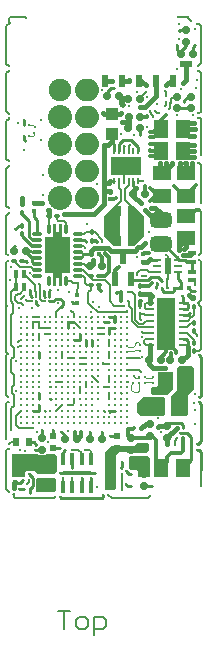
<source format=gtl>
%FSLAX25Y25*%
%MOIN*%
G70*
G01*
G75*
G04 Layer_Physical_Order=1*
G04 Layer_Color=255*
%ADD10R,0.05906X0.05118*%
G04:AMPARAMS|DCode=11|XSize=25.59mil|YSize=23.62mil|CornerRadius=5.91mil|HoleSize=0mil|Usage=FLASHONLY|Rotation=180.000|XOffset=0mil|YOffset=0mil|HoleType=Round|Shape=RoundedRectangle|*
%AMROUNDEDRECTD11*
21,1,0.02559,0.01181,0,0,180.0*
21,1,0.01378,0.02362,0,0,180.0*
1,1,0.01181,-0.00689,0.00591*
1,1,0.01181,0.00689,0.00591*
1,1,0.01181,0.00689,-0.00591*
1,1,0.01181,-0.00689,-0.00591*
%
%ADD11ROUNDEDRECTD11*%
G04:AMPARAMS|DCode=12|XSize=25.59mil|YSize=23.62mil|CornerRadius=5.91mil|HoleSize=0mil|Usage=FLASHONLY|Rotation=270.000|XOffset=0mil|YOffset=0mil|HoleType=Round|Shape=RoundedRectangle|*
%AMROUNDEDRECTD12*
21,1,0.02559,0.01181,0,0,270.0*
21,1,0.01378,0.02362,0,0,270.0*
1,1,0.01181,-0.00591,-0.00689*
1,1,0.01181,-0.00591,0.00689*
1,1,0.01181,0.00591,0.00689*
1,1,0.01181,0.00591,-0.00689*
%
%ADD12ROUNDEDRECTD12*%
%ADD13R,0.00866X0.01024*%
%ADD14R,0.01024X0.00866*%
%ADD15R,0.05118X0.05906*%
G04:AMPARAMS|DCode=16|XSize=15.75mil|YSize=17.72mil|CornerRadius=3.94mil|HoleSize=0mil|Usage=FLASHONLY|Rotation=180.000|XOffset=0mil|YOffset=0mil|HoleType=Round|Shape=RoundedRectangle|*
%AMROUNDEDRECTD16*
21,1,0.01575,0.00984,0,0,180.0*
21,1,0.00787,0.01772,0,0,180.0*
1,1,0.00787,-0.00394,0.00492*
1,1,0.00787,0.00394,0.00492*
1,1,0.00787,0.00394,-0.00492*
1,1,0.00787,-0.00394,-0.00492*
%
%ADD16ROUNDEDRECTD16*%
%ADD17C,0.00984*%
%ADD18R,0.02756X0.01575*%
%ADD19R,0.02362X0.01969*%
%ADD20R,0.01654X0.01811*%
%ADD21R,0.03937X0.04331*%
%ADD22R,0.01575X0.02756*%
G04:AMPARAMS|DCode=23|XSize=15.75mil|YSize=17.72mil|CornerRadius=3.94mil|HoleSize=0mil|Usage=FLASHONLY|Rotation=270.000|XOffset=0mil|YOffset=0mil|HoleType=Round|Shape=RoundedRectangle|*
%AMROUNDEDRECTD23*
21,1,0.01575,0.00984,0,0,270.0*
21,1,0.00787,0.01772,0,0,270.0*
1,1,0.00787,-0.00492,-0.00394*
1,1,0.00787,-0.00492,0.00394*
1,1,0.00787,0.00492,0.00394*
1,1,0.00787,0.00492,-0.00394*
%
%ADD23ROUNDEDRECTD23*%
%ADD24R,0.01811X0.01654*%
%ADD25O,0.03347X0.01102*%
%ADD26O,0.01102X0.03347*%
%ADD27R,0.01181X0.01181*%
%ADD28R,0.06496X0.17323*%
%ADD29R,0.02559X0.00984*%
%ADD30R,0.01772X0.01772*%
%ADD31C,0.01082*%
%ADD32R,0.02658X0.00984*%
%ADD33R,0.02402X0.05591*%
%ADD34R,0.09843X0.06299*%
%ADD35R,0.00984X0.01969*%
G04:AMPARAMS|DCode=36|XSize=70.87mil|YSize=51.18mil|CornerRadius=12.8mil|HoleSize=0mil|Usage=FLASHONLY|Rotation=0.000|XOffset=0mil|YOffset=0mil|HoleType=Round|Shape=RoundedRectangle|*
%AMROUNDEDRECTD36*
21,1,0.07087,0.02559,0,0,0.0*
21,1,0.04528,0.05118,0,0,0.0*
1,1,0.02559,0.02264,-0.01280*
1,1,0.02559,-0.02264,-0.01280*
1,1,0.02559,-0.02264,0.01280*
1,1,0.02559,0.02264,0.01280*
%
%ADD36ROUNDEDRECTD36*%
%ADD37C,0.01181*%
%ADD38R,0.01181X0.03937*%
%ADD39R,0.09449X0.01181*%
%ADD40R,0.05512X0.06693*%
%ADD41R,0.01000X0.11811*%
%ADD42R,0.03937X0.01000*%
%ADD43R,0.11811X0.01000*%
%ADD44R,0.01969X0.03937*%
%ADD45R,0.03937X0.01969*%
%ADD46R,0.02362X0.02756*%
%ADD47R,0.01969X0.04724*%
%ADD48C,0.00800*%
%ADD49C,0.00500*%
%ADD50C,0.01000*%
%ADD51C,0.00400*%
%ADD52C,0.01200*%
%ADD53C,0.01500*%
%ADD54C,0.00900*%
%ADD55C,0.00600*%
%ADD56C,0.02000*%
%ADD57C,0.00700*%
%ADD58O,0.08000X0.07500*%
%ADD59C,0.07480*%
%ADD60C,0.08000*%
%ADD61C,0.01200*%
%ADD62C,0.01969*%
G36*
X48100Y18300D02*
Y16300D01*
X47700Y15900D01*
X47200Y15400D01*
X41000D01*
X40700Y15700D01*
X38000D01*
X37200Y14900D01*
Y11100D01*
Y3800D01*
X36500Y3100D01*
X33600D01*
X33400Y3300D01*
Y11200D01*
Y15700D01*
X35000Y17300D01*
X35600Y17900D01*
X43300D01*
X43400Y18000D01*
X44200Y18800D01*
X47600D01*
X48100Y18300D01*
D02*
G37*
G36*
X53500Y33800D02*
Y29700D01*
Y28300D01*
X53200Y28000D01*
X53100Y27900D01*
X45100D01*
X44300Y28700D01*
X44100Y28900D01*
Y30500D01*
Y32100D01*
X44800Y32800D01*
X46200Y34200D01*
X53100D01*
X53500Y33800D01*
D02*
G37*
G36*
X56200Y42200D02*
Y38500D01*
Y36700D01*
X55800Y36300D01*
X54400Y34900D01*
X49600D01*
X48900Y35600D01*
X48800Y35700D01*
Y36900D01*
Y37000D01*
X49000Y37200D01*
X49200Y37400D01*
X50500D01*
X51000Y37900D01*
Y40800D01*
Y42000D01*
X51400Y42400D01*
X56000D01*
X56200Y42200D01*
D02*
G37*
G36*
X17100Y6700D02*
Y2800D01*
X16600Y2300D01*
X10600D01*
X10400Y2500D01*
Y4479D01*
X10401Y4495D01*
X10400Y4510D01*
Y6700D01*
X10500Y6800D01*
X10900Y7200D01*
X16600D01*
X17100Y6700D01*
D02*
G37*
G36*
X48100Y14200D02*
X48500Y13800D01*
Y7700D01*
X48100Y7300D01*
X44900D01*
X44400Y7800D01*
Y8400D01*
Y9400D01*
X43900Y9900D01*
X42000D01*
X41900Y10000D01*
X41500Y10400D01*
Y11600D01*
Y14200D01*
X41800Y14500D01*
X47800D01*
X48100Y14200D01*
D02*
G37*
G36*
X17500Y14500D02*
Y9300D01*
X16700Y8500D01*
X11000D01*
X10200Y9300D01*
X9900Y9600D01*
X7300D01*
X6800Y9100D01*
Y7600D01*
X6600Y7400D01*
X6193D01*
X6016Y7435D01*
X5838Y7400D01*
X2300D01*
Y14800D01*
X2600Y15100D01*
X6692D01*
X6800Y15078D01*
X6908Y15100D01*
X11107D01*
X11385Y14914D01*
X11811Y14829D01*
X13189D01*
X13614Y14914D01*
X13893Y15100D01*
X16900D01*
X17500Y14500D01*
D02*
G37*
G36*
X19153Y87402D02*
X21653D01*
Y75394D01*
X19153D01*
Y70965D01*
X18248D01*
Y73819D01*
X16988D01*
Y70965D01*
X16082D01*
Y75394D01*
X13582D01*
Y87402D01*
X16082D01*
Y91831D01*
X16988D01*
Y88977D01*
X18248D01*
Y91831D01*
X19153D01*
Y87402D01*
D02*
G37*
G36*
X38619Y94346D02*
X33107D01*
X36454Y97693D01*
X38619D01*
Y94346D01*
D02*
G37*
G36*
X46493D02*
X40981D01*
Y97693D01*
X43146D01*
X46493Y94346D01*
D02*
G37*
G36*
X63100Y43800D02*
Y40100D01*
Y36800D01*
X62400Y36100D01*
X61200Y34900D01*
Y30200D01*
Y28400D01*
X60700Y27900D01*
X55700D01*
X55500Y28100D01*
X55400Y28200D01*
Y34400D01*
X56800Y35800D01*
X57500Y36500D01*
Y37600D01*
Y43800D01*
X57900Y44200D01*
X58200Y44500D01*
X58573D01*
X58578Y44499D01*
X59759D01*
X59764Y44500D01*
X62400D01*
X63100Y43800D01*
D02*
G37*
G36*
X38619Y84307D02*
X36454D01*
X33107Y87653D01*
X38619D01*
Y84307D01*
D02*
G37*
G36*
X43146D02*
X40981D01*
Y87653D01*
X46493D01*
X43146Y84307D01*
D02*
G37*
D10*
X60600Y94440D02*
D03*
Y86960D02*
D03*
X52600Y108640D02*
D03*
Y101160D02*
D03*
X60300D02*
D03*
Y108640D02*
D03*
D11*
X60500Y152532D02*
D03*
Y156468D02*
D03*
X57300Y130332D02*
D03*
Y134268D02*
D03*
X62000Y134268D02*
D03*
Y130332D02*
D03*
X48500Y25168D02*
D03*
Y21231D02*
D03*
X46500Y4532D02*
D03*
Y8468D02*
D03*
Y16969D02*
D03*
Y13032D02*
D03*
X12500Y16532D02*
D03*
Y20469D02*
D03*
X42000D02*
D03*
Y16532D02*
D03*
X54000Y24468D02*
D03*
Y20531D02*
D03*
D12*
X62868Y148600D02*
D03*
X58931D02*
D03*
X32469Y20000D02*
D03*
X28532D02*
D03*
X20031D02*
D03*
X23968D02*
D03*
X55231Y46300D02*
D03*
X59168D02*
D03*
X46668Y101700D02*
D03*
X42731D02*
D03*
X34231Y134300D02*
D03*
X38168D02*
D03*
X41131Y133400D02*
D03*
X45068D02*
D03*
X45169Y123800D02*
D03*
X41232D02*
D03*
X32368Y77700D02*
D03*
X28431D02*
D03*
X3272Y82640D02*
D03*
X7209D02*
D03*
X48031Y46300D02*
D03*
X51968D02*
D03*
X45268Y127300D02*
D03*
X41331D02*
D03*
D13*
X53900Y134406D02*
D03*
Y132595D02*
D03*
X45700Y76406D02*
D03*
Y74594D02*
D03*
X45100Y62094D02*
D03*
Y63906D02*
D03*
D14*
X50106Y129500D02*
D03*
X48294D02*
D03*
X52306Y70500D02*
D03*
X50494D02*
D03*
X56305Y70400D02*
D03*
X54495D02*
D03*
X8100Y121100D02*
D03*
X6289D02*
D03*
X3494Y66800D02*
D03*
X5305D02*
D03*
X6389Y124900D02*
D03*
X8200D02*
D03*
X44894Y38700D02*
D03*
X46705D02*
D03*
Y40800D02*
D03*
X44894D02*
D03*
X8405Y3500D02*
D03*
X6594D02*
D03*
X41006Y66200D02*
D03*
X39195D02*
D03*
X41006Y69200D02*
D03*
X39195D02*
D03*
D15*
X50760Y31000D02*
D03*
X58240D02*
D03*
X51960Y116200D02*
D03*
X59440D02*
D03*
Y123300D02*
D03*
X51960D02*
D03*
X51960Y10500D02*
D03*
X59440D02*
D03*
X60940Y39400D02*
D03*
X53460D02*
D03*
D16*
X5807Y88484D02*
D03*
Y91240D02*
D03*
X63100Y56122D02*
D03*
Y58878D02*
D03*
Y52078D02*
D03*
Y49322D02*
D03*
X45200Y71078D02*
D03*
Y68322D02*
D03*
X29100Y88978D02*
D03*
Y86222D02*
D03*
X5807Y98327D02*
D03*
Y95571D02*
D03*
X63000Y66978D02*
D03*
Y64222D02*
D03*
D17*
X10587Y67587D02*
D03*
Y66013D02*
D03*
X9013Y67587D02*
D03*
Y66013D02*
D03*
X13313D02*
D03*
Y67587D02*
D03*
X14887Y66013D02*
D03*
Y67587D02*
D03*
X40843Y25500D02*
D03*
X38874D02*
D03*
X36906D02*
D03*
X34937D02*
D03*
X32969D02*
D03*
X31000D02*
D03*
X29032D02*
D03*
X27063D02*
D03*
X25095D02*
D03*
X23126D02*
D03*
X21158D02*
D03*
X19189D02*
D03*
X17221D02*
D03*
X15252D02*
D03*
X13284D02*
D03*
X11315D02*
D03*
X9347D02*
D03*
X7378D02*
D03*
X5409D02*
D03*
X40843Y27468D02*
D03*
X38874D02*
D03*
X36906D02*
D03*
X34937D02*
D03*
X32969D02*
D03*
X31000D02*
D03*
X29032D02*
D03*
X27063D02*
D03*
X25095D02*
D03*
X23126D02*
D03*
X21158D02*
D03*
X19189D02*
D03*
X17221D02*
D03*
X15252D02*
D03*
X13284D02*
D03*
X11315D02*
D03*
X9347D02*
D03*
X7378D02*
D03*
X5409D02*
D03*
X40843Y29437D02*
D03*
X38874D02*
D03*
X36906D02*
D03*
X34937D02*
D03*
X32969D02*
D03*
X31000D02*
D03*
X29032D02*
D03*
X27063D02*
D03*
X25095D02*
D03*
X23126D02*
D03*
X21158D02*
D03*
X19189D02*
D03*
X17221D02*
D03*
X15252D02*
D03*
X13284D02*
D03*
X11315D02*
D03*
X9347D02*
D03*
X7378D02*
D03*
X5409D02*
D03*
X40843Y31405D02*
D03*
X38874D02*
D03*
X36906D02*
D03*
X34937D02*
D03*
X11315D02*
D03*
X9347D02*
D03*
X7378D02*
D03*
X5409D02*
D03*
X40843Y33374D02*
D03*
X38874D02*
D03*
X36906D02*
D03*
X34937D02*
D03*
X31000D02*
D03*
X29032D02*
D03*
X27063D02*
D03*
X25095D02*
D03*
X23126D02*
D03*
X21158D02*
D03*
X19189D02*
D03*
X17221D02*
D03*
X15252D02*
D03*
X11315D02*
D03*
X9347D02*
D03*
X7378D02*
D03*
X5409D02*
D03*
X40843Y35342D02*
D03*
X38874D02*
D03*
X36906D02*
D03*
X34937D02*
D03*
X31000D02*
D03*
X29032D02*
D03*
X27063D02*
D03*
X25095D02*
D03*
X23126D02*
D03*
X21158D02*
D03*
X19189D02*
D03*
X17221D02*
D03*
X15252D02*
D03*
X11315D02*
D03*
X9347D02*
D03*
X7378D02*
D03*
X5409D02*
D03*
X40843Y37311D02*
D03*
X38874D02*
D03*
X36906D02*
D03*
X34937D02*
D03*
X31000D02*
D03*
X29032D02*
D03*
X27063D02*
D03*
X25095D02*
D03*
X23126D02*
D03*
X21158D02*
D03*
X19189D02*
D03*
X17221D02*
D03*
X15252D02*
D03*
X11315D02*
D03*
X9347D02*
D03*
X7378D02*
D03*
X5409D02*
D03*
X40843Y39279D02*
D03*
X38874D02*
D03*
X36906D02*
D03*
X34937D02*
D03*
X31000D02*
D03*
X29032D02*
D03*
X27063D02*
D03*
X25095D02*
D03*
X23126D02*
D03*
X21158D02*
D03*
X19189D02*
D03*
X17221D02*
D03*
X15252D02*
D03*
X11315D02*
D03*
X9347D02*
D03*
X7378D02*
D03*
X5409D02*
D03*
X40843Y41248D02*
D03*
X38874D02*
D03*
X36906D02*
D03*
X34937D02*
D03*
X31000D02*
D03*
X29032D02*
D03*
X27063D02*
D03*
X25095D02*
D03*
X23126D02*
D03*
X21158D02*
D03*
X19189D02*
D03*
X17221D02*
D03*
X15252D02*
D03*
X11315D02*
D03*
X9347D02*
D03*
X7378D02*
D03*
X5409D02*
D03*
X40843Y43216D02*
D03*
X38874D02*
D03*
X36906D02*
D03*
X34937D02*
D03*
X31000D02*
D03*
X29032D02*
D03*
X27063D02*
D03*
X25095D02*
D03*
X23126D02*
D03*
X21158D02*
D03*
X19189D02*
D03*
X17221D02*
D03*
X15252D02*
D03*
X11315D02*
D03*
X9347D02*
D03*
X7378D02*
D03*
X5409D02*
D03*
X40843Y45185D02*
D03*
X38874D02*
D03*
X36906D02*
D03*
X34937D02*
D03*
X31000D02*
D03*
X29032D02*
D03*
X27063D02*
D03*
X25095D02*
D03*
X23126D02*
D03*
X21158D02*
D03*
X19189D02*
D03*
X17221D02*
D03*
X15252D02*
D03*
X11315D02*
D03*
X9347D02*
D03*
X7378D02*
D03*
X5409D02*
D03*
X40843Y47153D02*
D03*
X38874D02*
D03*
X36906D02*
D03*
X34937D02*
D03*
X31000D02*
D03*
X29032D02*
D03*
X27063D02*
D03*
X25095D02*
D03*
X23126D02*
D03*
X21158D02*
D03*
X19189D02*
D03*
X17221D02*
D03*
X15252D02*
D03*
X11315D02*
D03*
X9347D02*
D03*
X7378D02*
D03*
X5409D02*
D03*
X40843Y49122D02*
D03*
X38874D02*
D03*
X36906D02*
D03*
X34937D02*
D03*
X31000D02*
D03*
X29032D02*
D03*
X27063D02*
D03*
X25095D02*
D03*
X23126D02*
D03*
X21158D02*
D03*
X19189D02*
D03*
X17221D02*
D03*
X15252D02*
D03*
X11315D02*
D03*
X9347D02*
D03*
X7378D02*
D03*
X5409D02*
D03*
X40843Y51091D02*
D03*
X38874D02*
D03*
X36906D02*
D03*
X34937D02*
D03*
X31000D02*
D03*
X29032D02*
D03*
X27063D02*
D03*
X25095D02*
D03*
X23126D02*
D03*
X21158D02*
D03*
X19189D02*
D03*
X17221D02*
D03*
X15252D02*
D03*
X11315D02*
D03*
X9347D02*
D03*
X7378D02*
D03*
X5409D02*
D03*
X40843Y53059D02*
D03*
X38874D02*
D03*
X36906D02*
D03*
X34937D02*
D03*
X31000D02*
D03*
X29032D02*
D03*
X27063D02*
D03*
X25095D02*
D03*
X23126D02*
D03*
X21158D02*
D03*
X19189D02*
D03*
X17221D02*
D03*
X15252D02*
D03*
X11315D02*
D03*
X9347D02*
D03*
X7378D02*
D03*
X5409D02*
D03*
X40843Y55028D02*
D03*
X38874D02*
D03*
X36906D02*
D03*
X34937D02*
D03*
X32969D02*
D03*
X31000D02*
D03*
X29032D02*
D03*
X27063D02*
D03*
X25095D02*
D03*
X23126D02*
D03*
X21158D02*
D03*
X19189D02*
D03*
X17221D02*
D03*
X15252D02*
D03*
X13284D02*
D03*
X11315D02*
D03*
X9347D02*
D03*
X7378D02*
D03*
X5409D02*
D03*
X40843Y56996D02*
D03*
X38874D02*
D03*
X36906D02*
D03*
X34937D02*
D03*
X32969D02*
D03*
X31000D02*
D03*
X29032D02*
D03*
X27063D02*
D03*
X25095D02*
D03*
X23126D02*
D03*
X21158D02*
D03*
X19189D02*
D03*
X17221D02*
D03*
X15252D02*
D03*
X13284D02*
D03*
X11315D02*
D03*
X9347D02*
D03*
X7378D02*
D03*
X5409D02*
D03*
X40843Y58965D02*
D03*
X38874D02*
D03*
X36906D02*
D03*
X34937D02*
D03*
X32969D02*
D03*
X31000D02*
D03*
X29032D02*
D03*
X27063D02*
D03*
X25095D02*
D03*
X23126D02*
D03*
X21158D02*
D03*
X19189D02*
D03*
X17221D02*
D03*
X15252D02*
D03*
X13284D02*
D03*
X11315D02*
D03*
X9347D02*
D03*
X7378D02*
D03*
X5409D02*
D03*
X40843Y60933D02*
D03*
X38874D02*
D03*
X36906D02*
D03*
X34937D02*
D03*
X32969D02*
D03*
X31000D02*
D03*
X29032D02*
D03*
X27063D02*
D03*
X25095D02*
D03*
X23126D02*
D03*
X21158D02*
D03*
X19189D02*
D03*
X17221D02*
D03*
X15252D02*
D03*
X13284D02*
D03*
X11315D02*
D03*
X9347D02*
D03*
X7378D02*
D03*
X5409D02*
D03*
X6016Y6416D02*
D03*
Y8384D02*
D03*
X7984Y6416D02*
D03*
Y8384D02*
D03*
D18*
X62300Y79222D02*
D03*
Y81978D02*
D03*
X62400Y73122D02*
D03*
Y75878D02*
D03*
D19*
X37500Y20968D02*
D03*
Y17031D02*
D03*
X16000D02*
D03*
Y20968D02*
D03*
D20*
X3300Y5801D02*
D03*
Y8399D02*
D03*
X24100Y65501D02*
D03*
Y68099D02*
D03*
X35100Y102599D02*
D03*
Y100001D02*
D03*
X46200Y79201D02*
D03*
Y81799D02*
D03*
D21*
X12500Y11347D02*
D03*
Y4654D02*
D03*
X35800Y121754D02*
D03*
Y128446D02*
D03*
D22*
X6398Y75161D02*
D03*
X3642D02*
D03*
X3722Y70800D02*
D03*
X6478D02*
D03*
D23*
X17378Y94500D02*
D03*
X14622D02*
D03*
X28622Y71400D02*
D03*
X31378D02*
D03*
Y74500D02*
D03*
X28622D02*
D03*
X3122Y79500D02*
D03*
X5878D02*
D03*
D24*
X58801Y70400D02*
D03*
X61399D02*
D03*
X31299Y81800D02*
D03*
X28701D02*
D03*
D25*
X24409Y74508D02*
D03*
Y76477D02*
D03*
Y78445D02*
D03*
Y80414D02*
D03*
Y82382D02*
D03*
Y84351D02*
D03*
Y86319D02*
D03*
Y88288D02*
D03*
X10826D02*
D03*
Y86319D02*
D03*
Y84351D02*
D03*
Y82382D02*
D03*
Y80414D02*
D03*
Y78445D02*
D03*
Y76477D02*
D03*
Y74508D02*
D03*
D26*
X20571Y90158D02*
D03*
X14665D02*
D03*
Y72638D02*
D03*
X20571D02*
D03*
D27*
X17618Y81398D02*
D03*
D28*
X53900Y58500D02*
D03*
D29*
X48290Y51610D02*
D03*
Y53579D02*
D03*
Y55547D02*
D03*
Y57516D02*
D03*
Y59484D02*
D03*
Y61453D02*
D03*
Y63421D02*
D03*
Y65390D02*
D03*
X59510D02*
D03*
Y63421D02*
D03*
Y61453D02*
D03*
Y59484D02*
D03*
Y57516D02*
D03*
Y55547D02*
D03*
Y53579D02*
D03*
Y51610D02*
D03*
D30*
X9646Y98721D02*
D03*
Y95965D02*
D03*
D31*
X58500Y22000D02*
D03*
X59484Y20295D02*
D03*
X57516D02*
D03*
X59484Y23705D02*
D03*
X57516D02*
D03*
D32*
X50717Y75731D02*
D03*
Y77700D02*
D03*
Y79668D02*
D03*
X57883D02*
D03*
Y77700D02*
D03*
Y75731D02*
D03*
D33*
X54300Y77700D02*
D03*
D34*
X40500Y111000D02*
D03*
D35*
X36563Y116020D02*
D03*
X38138D02*
D03*
X39713D02*
D03*
X41287D02*
D03*
X42862D02*
D03*
X44437D02*
D03*
Y105980D02*
D03*
X42862D02*
D03*
X41287D02*
D03*
X39713D02*
D03*
X38138D02*
D03*
X36563D02*
D03*
D36*
X52000Y85263D02*
D03*
Y93137D02*
D03*
D37*
X39000Y12437D02*
D03*
X42150Y8500D02*
D03*
X35850D02*
D03*
X42150Y12437D02*
D03*
Y4563D02*
D03*
X35850Y12437D02*
D03*
Y4563D02*
D03*
X39000Y8500D02*
D03*
D38*
X28839Y13484D02*
D03*
X25689D02*
D03*
X22539D02*
D03*
X19390D02*
D03*
Y4035D02*
D03*
X22539D02*
D03*
X25689D02*
D03*
X28839D02*
D03*
D39*
X24114Y8760D02*
D03*
D40*
X35863Y91000D02*
D03*
X43737D02*
D03*
D41*
X591Y9744D02*
D03*
Y25492D02*
D03*
Y41240D02*
D03*
Y56988D02*
D03*
Y72736D02*
D03*
Y88484D02*
D03*
Y104232D02*
D03*
Y119980D02*
D03*
Y135728D02*
D03*
Y151476D02*
D03*
X65354D02*
D03*
Y135728D02*
D03*
Y119980D02*
D03*
Y104232D02*
D03*
Y88484D02*
D03*
Y72736D02*
D03*
Y56988D02*
D03*
Y41240D02*
D03*
Y25492D02*
D03*
Y9744D02*
D03*
D42*
X3937Y160728D02*
D03*
X59547D02*
D03*
D43*
X41339Y492D02*
D03*
X25591D02*
D03*
X9843D02*
D03*
D44*
X33500Y139500D02*
D03*
X39169D02*
D03*
X44839D02*
D03*
X50508D02*
D03*
X56177D02*
D03*
D45*
X60400Y145100D02*
D03*
D46*
X3635Y13444D02*
D03*
Y18956D02*
D03*
X7965D02*
D03*
Y13444D02*
D03*
D47*
X39500Y80840D02*
D03*
X42059Y73360D02*
D03*
X36941D02*
D03*
D48*
X26349Y84351D02*
X26900Y83800D01*
X64300Y144500D02*
X64500D01*
X65354Y145354D01*
X60772Y160728D02*
X62000Y159500D01*
X59547Y160728D02*
X60772D01*
X62000Y159400D02*
Y159500D01*
X60653Y55547D02*
X63100Y53100D01*
X64600Y65600D02*
X65354Y66354D01*
Y72736D01*
X64687Y64667D02*
X65354Y64000D01*
X64687Y64667D02*
Y65513D01*
X64600Y65600D02*
X64687Y65513D01*
X65354Y56988D02*
Y64000D01*
X591Y31991D02*
X1200Y32600D01*
X591Y25492D02*
Y31991D01*
Y47991D02*
X1100Y48500D01*
X591Y41240D02*
Y47991D01*
Y49009D02*
X1100Y48500D01*
X591Y49009D02*
Y56988D01*
X2100Y51300D02*
X3000Y50400D01*
X2100Y51300D02*
Y61300D01*
Y42500D02*
Y46700D01*
X591Y119980D02*
Y126191D01*
X1600Y160300D02*
X2028Y160728D01*
X3937D01*
X591Y64490D02*
X800Y64700D01*
X591Y56988D02*
Y64490D01*
Y64909D02*
X800Y64700D01*
X591Y64909D02*
Y66200D01*
Y72736D01*
Y64890D02*
Y66200D01*
X2100Y61300D02*
X2800Y62000D01*
Y65221D01*
X800Y64600D02*
Y64700D01*
X600Y64900D02*
X800Y64700D01*
X2000Y66021D02*
Y69078D01*
Y66021D02*
X2800Y65221D01*
X46995Y74594D02*
X47000Y74600D01*
X45700Y74594D02*
X46995D01*
X591Y141991D02*
X1400Y142800D01*
X591Y135728D02*
Y141991D01*
X1400Y142800D02*
Y143000D01*
X11400Y60800D02*
Y60848D01*
X11315Y60933D02*
X11400Y60848D01*
X9347Y60933D02*
X11315D01*
X7122Y66322D02*
X7432Y66013D01*
X9013D01*
X5305Y66905D02*
X6300Y67900D01*
X5305Y66800D02*
Y66905D01*
X40843Y43216D02*
X44783D01*
X45500Y42500D01*
Y42333D02*
Y42500D01*
X30222Y88978D02*
X32600Y86600D01*
X29100Y88978D02*
X30222D01*
X48294Y129093D02*
Y129500D01*
Y129093D02*
X49221Y128167D01*
X49233D02*
X49602Y127798D01*
X49221Y128167D02*
X49233D01*
X49602Y127402D02*
Y127798D01*
X20571Y72638D02*
X22100D01*
X22738Y72000D01*
X24300Y70300D02*
Y72000D01*
X24100Y68099D02*
Y70100D01*
X27600Y71400D02*
X28622D01*
X26800Y72200D02*
X27600Y71400D01*
X26800Y72200D02*
Y73700D01*
X25992Y74508D02*
X26800Y73700D01*
X24409Y74508D02*
X25992D01*
X3100Y38221D02*
Y41500D01*
X2100Y42500D02*
X3100Y41500D01*
X591Y34709D02*
X1100Y34200D01*
X591Y34709D02*
Y41240D01*
X1100Y34200D02*
X1200D01*
Y32600D02*
X1300D01*
X10100Y69300D02*
X10587Y68813D01*
Y67587D02*
Y68813D01*
X2000Y69078D02*
X3722Y70800D01*
X10100Y69300D02*
X10300Y69100D01*
X10100Y69300D02*
Y71459D01*
X9287Y72272D02*
X10100Y71459D01*
X7300Y5100D02*
X7984Y5784D01*
Y6416D01*
X46787Y64987D02*
X46800Y65000D01*
X32800Y45300D02*
Y45600D01*
X34937Y51091D02*
Y53059D01*
Y47153D02*
Y49122D01*
Y39279D02*
Y41248D01*
X33089Y37311D02*
X34937D01*
X33000Y37400D02*
X33089Y37311D01*
X32985Y45185D02*
X34937D01*
X32900Y45100D02*
X32985Y45185D01*
X34937Y33374D02*
Y35342D01*
X35863Y87937D02*
X35900Y87900D01*
X35863Y87937D02*
Y91000D01*
X43700Y87800D02*
X43737Y87837D01*
Y91000D01*
X64000Y54500D02*
Y54800D01*
X63100Y55700D02*
X64000Y54800D01*
X63100Y55700D02*
Y56122D01*
X47079Y63421D02*
X48290D01*
X46787Y63713D02*
X47079Y63421D01*
X46787Y63713D02*
Y64987D01*
X47190Y65390D01*
X48290D01*
X63100Y52078D02*
Y53100D01*
X59510Y55547D02*
X60653D01*
X62178Y58878D02*
X63100D01*
X60816Y57516D02*
X62178Y58878D01*
X59510Y57516D02*
X60816D01*
X54194Y73395D02*
X54200Y73400D01*
X63500Y71300D02*
Y72400D01*
X62778Y73122D02*
X63500Y72400D01*
X62400Y73122D02*
X62778D01*
X54200Y73300D02*
Y73400D01*
X54300Y73500D01*
Y77700D01*
X53900Y81600D02*
X54300Y81200D01*
Y77700D02*
Y81200D01*
X65354Y119980D02*
Y126646D01*
Y104232D02*
Y111546D01*
X64700Y96400D02*
X65354Y95746D01*
Y88484D02*
Y95746D01*
X35863Y91000D02*
Y96600D01*
X38138Y103662D02*
Y105980D01*
X35863Y96600D02*
X38800Y99537D01*
Y103000D01*
X38138Y103662D02*
X38800Y103000D01*
X38138Y103662D02*
Y104300D01*
X25614Y80414D02*
X26082Y80882D01*
X24409Y80414D02*
X25614D01*
X25600Y82382D02*
X26182Y81800D01*
X24409Y82382D02*
X25600D01*
X26082Y81700D02*
X26182Y81800D01*
X26082Y80882D02*
Y81700D01*
X24409Y88288D02*
X26288D01*
X26978Y88978D01*
X29100D01*
X41287Y104687D02*
Y105980D01*
X40200Y103600D02*
X41287Y104687D01*
X40200Y99700D02*
Y103600D01*
Y99700D02*
X43737Y96163D01*
X39713Y110213D02*
X40500Y111000D01*
X39713Y105980D02*
Y110213D01*
X43737Y91000D02*
Y96163D01*
X24409Y84351D02*
X26349D01*
X41500Y118000D02*
X41700D01*
X41300Y116032D02*
Y117800D01*
X41500Y118000D01*
X41287Y116020D02*
X41300Y116032D01*
X39800Y117900D02*
X40000D01*
X39713Y117613D02*
X40000Y117900D01*
X39713Y116020D02*
Y117613D01*
X53500Y136100D02*
X53900Y135700D01*
Y134406D02*
Y135700D01*
X14622Y94500D02*
X14665Y94457D01*
Y90158D02*
Y94457D01*
X20571Y90158D02*
Y92229D01*
X19900Y92900D02*
X20571Y92229D01*
X17900Y92900D02*
X19900D01*
X17378Y93422D02*
X17900Y92900D01*
X17378Y93422D02*
Y94500D01*
X31000Y56996D02*
X32969D01*
X31000Y55028D02*
X32969D01*
X25095Y47153D02*
X27063D01*
X25095Y45185D02*
X27050D01*
X27055Y45190D01*
X19189Y47153D02*
Y49115D01*
X21158Y47153D02*
X23107D01*
X17221Y39279D02*
X19179D01*
X25095Y35342D02*
Y37277D01*
X27063Y37311D02*
Y39279D01*
X23126Y32026D02*
Y33374D01*
X22700Y31600D02*
X23126Y32026D01*
X21305Y31600D02*
X22700D01*
X21200Y31495D02*
X21305Y31600D01*
X65354Y151476D02*
Y157846D01*
Y145354D02*
Y151476D01*
Y135728D02*
Y142146D01*
Y129254D02*
Y135728D01*
X13284Y56996D02*
X15252D01*
X11315D02*
X13284D01*
X9347D02*
Y58965D01*
X24409Y78445D02*
X26500D01*
X27245Y77700D01*
X28431D01*
X3722Y70800D02*
Y72722D01*
X3642Y72802D02*
Y75161D01*
X24409Y76477D02*
X26023D01*
X28000Y74500D01*
X28622D01*
X63100Y49322D02*
X64622D01*
X9843Y492D02*
X16592D01*
X16900Y800D01*
X3308Y492D02*
X9843D01*
X591Y3509D02*
Y9744D01*
Y64890D02*
X600Y64900D01*
X3937Y160728D02*
X6872D01*
X7200Y160400D01*
Y160300D02*
Y160400D01*
X41339Y492D02*
X47792D01*
X48300Y1000D01*
X65354Y50054D02*
Y56988D01*
Y72736D02*
Y79446D01*
X64900Y79900D02*
X65354Y79446D01*
Y82154D02*
Y88484D01*
X64800Y81600D02*
X65354Y82154D01*
X591Y81910D02*
Y88484D01*
Y81910D02*
X1200Y81300D01*
X591Y72736D02*
Y79090D01*
X1100Y79600D01*
X591Y94390D02*
X1600Y95400D01*
X591Y97809D02*
Y104232D01*
Y97809D02*
X1400Y97000D01*
X591Y113609D02*
Y119980D01*
Y113609D02*
X1300Y112900D01*
Y112800D02*
Y112900D01*
X591Y110191D02*
X1500Y111100D01*
X591Y126191D02*
X1300Y126900D01*
Y127000D01*
X591Y129309D02*
Y135728D01*
Y129309D02*
X1300Y128600D01*
X591Y145109D02*
Y151476D01*
Y145109D02*
X1300Y144400D01*
X591Y151476D02*
Y157791D01*
X1700Y158900D01*
X1600Y159000D02*
Y160300D01*
Y159000D02*
X1700Y158900D01*
X64622Y49322D02*
X64900Y49600D01*
X65354Y50054D01*
X2400Y35579D02*
X3100Y34879D01*
X2400Y35579D02*
Y37521D01*
X3100Y38221D01*
X2190Y23017D02*
Y30290D01*
X3100Y31200D01*
Y34879D01*
X9621Y76477D02*
X10826D01*
X3122Y79500D02*
X5183Y77439D01*
X7900D01*
X8658D02*
X9621Y76477D01*
X7900Y77439D02*
X8658D01*
X3642Y72802D02*
X3722Y72722D01*
X25069Y37303D02*
X25095Y37277D01*
X19179Y39279D02*
X19187Y39272D01*
X23107Y47153D02*
X23117Y47144D01*
X11315Y53059D02*
Y55028D01*
Y56996D02*
Y58965D01*
X9347D02*
X11315D01*
X13284Y55028D02*
X15252D01*
X19181Y49122D02*
X19189Y49115D01*
X29013Y41240D02*
X29039D01*
X54194Y70400D02*
Y73395D01*
X6398Y75161D02*
X9287Y72272D01*
X591Y104232D02*
Y110191D01*
Y88484D02*
Y94390D01*
X32600Y85900D02*
Y86600D01*
X2100Y46700D02*
X3000Y47600D01*
Y50400D01*
X591Y9744D02*
Y16390D01*
X1000Y16800D01*
X22738Y72000D02*
X24300D01*
X64100Y158500D02*
X64700D01*
X65354Y157846D01*
X64300Y142835D02*
X64665D01*
X65354Y142146D01*
X65000Y127000D02*
X65354Y126646D01*
X64300Y127000D02*
X65000D01*
X64600Y128800D02*
X64900D01*
X65354Y129254D01*
X64400Y112100D02*
X64800D01*
X65354Y111546D01*
X35708Y492D02*
X41339D01*
X34600Y1600D02*
X35708Y492D01*
X1500Y2600D02*
X1600D01*
X591Y3509D02*
X1500Y2600D01*
X2900Y1700D02*
X3000D01*
Y800D02*
Y1700D01*
Y800D02*
X3308Y492D01*
X1000Y16800D02*
X1500D01*
X17717Y-37309D02*
X21715D01*
X19716D01*
Y-43307D01*
X24714D02*
X26714D01*
X27713Y-42307D01*
Y-40308D01*
X26714Y-39308D01*
X24714D01*
X23715Y-40308D01*
Y-42307D01*
X24714Y-43307D01*
X29713Y-45306D02*
Y-39308D01*
X32712D01*
X33711Y-40308D01*
Y-42307D01*
X32712Y-43307D01*
X29713D01*
D49*
X44436Y75736D02*
X45105Y76406D01*
X44143Y75443D02*
X44436Y75736D01*
X44143Y74900D02*
Y75443D01*
X53900Y131500D02*
Y132595D01*
X53500Y131100D02*
X53900Y131500D01*
X54900Y130096D02*
X54921Y130116D01*
X3494Y66606D02*
X4600Y65500D01*
X3494Y66606D02*
Y66800D01*
Y67795D02*
X4300Y68600D01*
X3494Y66800D02*
Y67795D01*
X5000Y68600D02*
X6478Y70078D01*
X4300Y68600D02*
X5000D01*
X4891Y51091D02*
X5409D01*
X4500Y50700D02*
X4891Y51091D01*
X47188Y53579D02*
X48290D01*
X46600Y52991D02*
X47188Y53579D01*
X46600Y52100D02*
Y52991D01*
X43500Y59791D02*
X44891Y58400D01*
X45100Y60100D02*
X45400Y59800D01*
X45100Y60100D02*
Y61622D01*
X12487Y66013D02*
X13313D01*
X11850Y66650D02*
X12487Y66013D01*
X40500Y62600D02*
X40900D01*
X31000Y62400D02*
X40300D01*
X6478Y70078D02*
Y70800D01*
X22200Y62900D02*
X23126Y61974D01*
Y60933D02*
Y61974D01*
Y58965D02*
X25095Y56996D01*
X28622Y73878D02*
Y74500D01*
X41478Y69200D02*
X42400D01*
X43400Y68200D01*
Y68100D02*
Y68200D01*
X43300Y68000D02*
X43400Y68100D01*
X45100Y61622D02*
X46478D01*
X46647Y61453D01*
X48290D01*
X38863Y37300D02*
X38874Y37311D01*
X38700Y37300D02*
X38863D01*
X56700Y18200D02*
Y19479D01*
X57516Y20295D01*
X39000Y3200D02*
Y8500D01*
X46080Y105980D02*
X46200Y106100D01*
X44437Y105980D02*
X46080D01*
X45700Y76406D02*
X47295D01*
X47969Y75731D01*
X50717D01*
X44437Y105980D02*
X44450Y105967D01*
X54900Y130000D02*
X55270Y130370D01*
X54900Y130000D02*
Y130096D01*
X45068Y133869D02*
X47000Y135800D01*
X45068Y133400D02*
Y133869D01*
X55270Y130370D02*
Y132229D01*
X22539Y4035D02*
Y7061D01*
X19390Y4035D02*
Y7010D01*
X29039Y41240D02*
X31000Y39279D01*
X25689Y13484D02*
Y15522D01*
X24600Y16611D02*
X25689Y15522D01*
X22289Y16611D02*
X24600D01*
X28839Y13484D02*
Y15961D01*
X26800Y16600D02*
X28200D01*
X28839Y15961D01*
X56269Y134268D02*
X57300D01*
X55342Y133342D02*
X56269Y134268D01*
X55342Y132042D02*
Y132300D01*
Y133342D01*
X55270Y132229D02*
X55342Y132300D01*
X17221Y29437D02*
X19100Y31317D01*
X28622Y73878D02*
X29537Y72963D01*
X33537D01*
X35000Y66000D02*
X36500Y64500D01*
X40300Y62400D02*
X40500Y62600D01*
X40900D02*
Y62700D01*
X33537Y72963D02*
X35000Y71500D01*
Y66000D02*
Y71500D01*
X41478Y64522D02*
Y66200D01*
Y64522D02*
X42400Y63600D01*
Y59400D02*
Y63600D01*
X36500Y64500D02*
X39500D01*
X45105Y76406D02*
X45700D01*
X42400Y59400D02*
X44500Y57300D01*
X47090Y51610D02*
X48290D01*
X5402Y29429D02*
X5409Y29437D01*
X27800Y69078D02*
X28622Y69900D01*
Y71400D01*
X3700Y27728D02*
X5402Y29429D01*
X3700Y24800D02*
Y27728D01*
Y24800D02*
X4800Y23700D01*
X46600Y52100D02*
X47090Y51610D01*
X17221Y60933D02*
Y62520D01*
X17250Y62550D01*
X17259D01*
X18050Y63341D01*
Y63350D01*
X18700Y64000D01*
X47084Y59484D02*
X48290D01*
X44891Y58400D02*
X46000D01*
X47084Y59484D01*
X44500Y57300D02*
X46322D01*
X46538Y57516D01*
X48290D01*
X46150Y55550D02*
X46459D01*
X46462Y55547D02*
X48290D01*
X1600Y18500D02*
X1856Y18756D01*
X2056Y18956D02*
X3635D01*
X1856Y18756D02*
X2056Y18956D01*
X4800Y23700D02*
X8200D01*
X9100D01*
X8200D02*
X9500D01*
X19100Y31317D02*
Y31600D01*
X40843Y47153D02*
X45254D01*
X50906Y128700D02*
X51500D01*
X50106Y129500D02*
X50906Y128700D01*
X5504Y65500D02*
X6202Y64802D01*
X4600Y65500D02*
X5504D01*
X11600Y71800D02*
X11850Y71550D01*
Y69900D02*
Y71550D01*
Y66650D02*
Y69600D01*
Y70350D01*
X4500Y52600D02*
X4959Y53059D01*
X5359D01*
X5409D01*
X43400Y68100D02*
X43500Y68000D01*
Y59791D02*
Y68000D01*
X18700Y64000D02*
X18900D01*
X28841Y64501D02*
X28899D01*
X31000Y62400D01*
X27800Y65542D02*
X28841Y64501D01*
X27800Y65542D02*
Y69078D01*
D50*
X14887Y69487D02*
X15200Y69800D01*
X14887Y67587D02*
Y69487D01*
X64700Y48000D02*
X65354Y47346D01*
X8500Y68100D02*
X9013Y67587D01*
X8500Y68100D02*
Y69800D01*
X8600Y68000D02*
X9013Y67587D01*
X8500Y69800D02*
Y69900D01*
X10826Y90300D02*
Y93074D01*
X18463Y66904D02*
X19400Y65967D01*
X16213Y66013D02*
X17104Y66904D01*
X18463D01*
X19400Y64641D02*
Y65967D01*
X18729Y63971D02*
X19400Y64641D01*
X11100Y64700D02*
X11200D01*
X10587Y65213D02*
X11100Y64700D01*
X10587Y65213D02*
Y66013D01*
X21158Y56996D02*
Y58965D01*
X23126D01*
X13200Y67700D02*
X13313Y67587D01*
X22799Y65501D02*
X24100D01*
X22500Y65800D02*
X22799Y65501D01*
X40400Y5100D02*
X40937Y4563D01*
X42150D01*
X40600Y9500D02*
X41600Y8500D01*
X42150D01*
X38700Y10500D02*
X39000Y10800D01*
X48869Y4532D02*
X49000Y4400D01*
X46500Y4532D02*
X48869D01*
X5201Y5601D02*
X6016Y6416D01*
X8400Y2100D02*
X8405Y2105D01*
Y3500D01*
X9400Y4495D01*
X37500Y69200D02*
X38722D01*
X32969Y58965D02*
X34937D01*
Y56996D02*
X36906D01*
X34937Y60933D02*
X36906D01*
X34937Y55028D02*
Y56996D01*
X59484Y23705D02*
Y24677D01*
X58706Y25455D02*
X59484Y24677D01*
X52500Y72700D02*
X52600Y72800D01*
X48300Y80200D02*
X48831Y79668D01*
X50717D01*
X60458Y53579D02*
X61200Y52837D01*
X59510Y53579D02*
X60458D01*
X53133Y68967D02*
X55867D01*
X52306Y69794D02*
X53133Y68967D01*
X52306Y69794D02*
Y70500D01*
X61153Y61453D02*
X61800Y62100D01*
X59510Y61453D02*
X61153D01*
X59000Y67900D02*
X59610Y67290D01*
Y63421D02*
X60821D01*
X61100Y63700D01*
Y65100D01*
X60810Y65390D02*
X61100Y65100D01*
X59610Y65390D02*
X60810D01*
X55867Y68967D02*
X56305Y69406D01*
Y70400D01*
X56305Y70400D01*
X58801D01*
X58801Y70400D02*
X58801Y70400D01*
Y72599D01*
X57883Y73517D02*
X58801Y72599D01*
X57883Y73517D02*
Y75731D01*
X62199Y69600D02*
X63600D01*
X61399Y70400D02*
X62199Y69600D01*
X52000Y85263D02*
X52937D01*
X57883Y80317D01*
Y79668D02*
Y80317D01*
X62300Y75978D02*
X62400Y75878D01*
X62300Y75978D02*
Y79222D01*
X57883Y79668D02*
X60232D01*
X60678Y79222D01*
X62300D01*
X26182Y81800D02*
X28701D01*
X39294Y119700D02*
X42263D01*
X26681Y86319D02*
X27100Y85900D01*
X24409Y86319D02*
X26681D01*
X35100Y106000D02*
X35120Y105980D01*
X36563D01*
X45100Y121300D02*
X45169Y121369D01*
Y123800D01*
X44437Y116020D02*
Y117526D01*
X38100Y118506D02*
X39294Y119700D01*
X38100Y116058D02*
Y118506D01*
Y116058D02*
X38138Y116020D01*
X35800Y119500D02*
Y121754D01*
Y119100D02*
Y119500D01*
Y119100D02*
X36563Y118337D01*
Y116020D02*
Y118337D01*
X62868Y148600D02*
Y150868D01*
X63500Y151500D01*
X57500D02*
X57531Y151469D01*
Y150000D02*
Y151469D01*
Y150000D02*
X58931Y148600D01*
X60500Y151000D02*
Y152532D01*
X58931Y149432D02*
X60500Y151000D01*
X58931Y148600D02*
Y149432D01*
X58000Y156000D02*
X58469Y156468D01*
X60500D01*
X59800Y133100D02*
X60969Y134268D01*
X59800Y132500D02*
Y133100D01*
X12500Y23100D02*
X12600D01*
X11315Y29437D02*
Y31405D01*
X39000Y10800D02*
Y12437D01*
X22539Y10561D02*
Y13484D01*
X16000Y17031D02*
X18331D01*
X32469Y20000D02*
Y22368D01*
X28532Y20000D02*
Y22332D01*
X4900Y3500D02*
X6594D01*
X11315Y33374D02*
Y35342D01*
X19390Y13484D02*
Y15790D01*
X20100Y16500D01*
X25689Y4035D02*
Y7058D01*
X28839Y4035D02*
Y6961D01*
X28800Y7000D02*
X28839Y6961D01*
X24114Y8760D02*
X30060D01*
X35131Y20968D02*
X37500D01*
X15252Y33374D02*
X15274D01*
X15300Y33400D01*
X13284Y29437D02*
Y29484D01*
X13300Y29500D01*
X18560Y8760D02*
X24114D01*
X9646Y94254D02*
X10826Y93074D01*
X9646Y94254D02*
Y95965D01*
X5807Y94993D02*
X8100Y92700D01*
X5807Y94993D02*
Y95571D01*
X8100Y87500D02*
Y92700D01*
Y87500D02*
X9281Y86319D01*
X10826D01*
X4640Y91240D02*
X5807D01*
X3600Y90200D02*
X4640Y91240D01*
X10826Y88288D02*
Y90300D01*
X3232Y84431D02*
X3400Y84600D01*
X6389Y124900D02*
Y126495D01*
X6395Y126500D01*
X6289Y120006D02*
Y121100D01*
Y120006D02*
X6795Y119500D01*
X23126Y53059D02*
X25095D01*
X27063Y51091D02*
Y53043D01*
X27059Y53047D02*
X27063Y53043D01*
X29032Y51091D02*
Y53029D01*
X25095Y53059D02*
Y55028D01*
X60969Y134268D02*
X62000D01*
X57300Y130332D02*
X59632D01*
X59800Y130500D01*
X59632Y130332D02*
X62000D01*
X58500Y22000D02*
X60900D01*
X62000Y20900D01*
Y13060D02*
Y20900D01*
X9100Y80414D02*
X10826D01*
X5807Y87672D02*
Y88484D01*
X49060Y29300D02*
X50760Y31000D01*
X46900Y29300D02*
Y29400D01*
X45100D02*
X46900D01*
X59440Y10500D02*
X62000Y13060D01*
X37000Y68700D02*
X37500Y69200D01*
X18600Y800D02*
X18908Y492D01*
X25591D01*
X32292D01*
X32700Y900D01*
X65354Y9744D02*
Y15946D01*
Y19454D02*
Y25492D01*
Y31946D01*
X64900Y32400D02*
X65354Y31946D01*
X64900Y34100D02*
X65354Y34554D01*
Y41240D01*
Y47246D02*
Y47346D01*
X42731Y101700D02*
X42862Y101831D01*
X20031Y20000D02*
Y21468D01*
X18900Y22600D02*
X20031Y21468D01*
X42862Y104538D02*
Y105980D01*
Y104538D02*
X43700Y103700D01*
X42559Y73360D02*
X42919Y73000D01*
X16000Y20968D02*
Y23000D01*
X5878Y79500D02*
X7200D01*
X7500Y79200D01*
X5807Y87672D02*
X9128Y84351D01*
X10826D01*
X10169Y16532D02*
X12500D01*
X9100Y79000D02*
X9655Y78445D01*
X10826D01*
X14887Y66013D02*
X16213D01*
X61200Y50900D02*
Y52837D01*
X59610Y65390D02*
Y67290D01*
X42263Y119700D02*
X44437Y117526D01*
X9100Y79000D02*
Y80414D01*
X12500Y20469D02*
Y23100D01*
X46900Y29300D02*
X49060D01*
X3100Y5601D02*
X5201D01*
X9347Y29437D02*
X11315D01*
Y47153D02*
Y49122D01*
X29017Y53044D02*
X29032Y53029D01*
X38816Y35400D02*
X38874Y35342D01*
X13200Y67700D02*
Y69300D01*
X54986Y25455D02*
X58706D01*
X54000Y24468D02*
X54986Y25455D01*
X7965Y18956D02*
X9744D01*
X10500Y18200D01*
X34937Y29437D02*
X36906D01*
X34937Y29343D02*
Y29437D01*
Y29343D02*
X35220Y29060D01*
X65354Y41240D02*
Y47346D01*
X7209Y82640D02*
X8742D01*
X9000Y82382D02*
X10826D01*
X7209Y82305D02*
Y82640D01*
X7291Y82223D02*
X8157Y81357D01*
X7209Y82305D02*
X7291Y82223D01*
X8157Y81357D02*
X9100Y80414D01*
X3232Y82680D02*
X3272Y82640D01*
X3232Y82680D02*
Y84431D01*
X42919Y73000D02*
X47663D01*
X50800Y71537D02*
Y72200D01*
X50494Y71232D02*
X50800Y71537D01*
X50494Y70500D02*
Y71232D01*
X51200Y74200D02*
X52600Y72800D01*
X47663Y73000D02*
X48863Y74200D01*
X51200D01*
X64100Y18600D02*
X64500D01*
X65354Y19454D01*
X64200Y16600D02*
X64700D01*
X65354Y15946D01*
X32700Y900D02*
Y1500D01*
X34231Y134300D02*
Y135864D01*
X35367Y137000D02*
X36300D01*
X34231Y135864D02*
X35367Y137000D01*
D51*
X46705Y40800D02*
X47155Y40350D01*
X48887D01*
X49437Y40900D01*
X49500D01*
X46705Y38700D02*
X47155Y39150D01*
X49250D02*
X49600Y38800D01*
X47155Y39150D02*
X49250D01*
X43800Y52300D02*
X44400D01*
X43100Y51100D02*
X43400Y51400D01*
Y51900D01*
X43800Y52300D01*
X44400D02*
X44700Y52000D01*
X40843Y51091D02*
X41227Y50706D01*
X44300Y40600D02*
X44495D01*
X44695D02*
X44894Y40800D01*
X44300Y40600D02*
X44695D01*
X40843Y49122D02*
X41227Y49506D01*
X9338Y74508D02*
X10826D01*
X8417Y75429D02*
X9338Y74508D01*
X9995Y124200D02*
X10000D01*
X8200Y124900D02*
X9094D01*
X8100Y121100D02*
X9595D01*
X9794Y121300D01*
Y122000D01*
X43094Y51100D02*
X43100D01*
X44700Y52000D02*
X45200Y51500D01*
X42700Y50706D02*
X43094Y51100D01*
X41227Y50706D02*
X42700D01*
X44700Y49900D02*
X45200Y49400D01*
X43591Y49900D02*
X44700D01*
X43197Y49506D02*
X43591Y49900D01*
X41227Y49506D02*
X43197D01*
X43000Y35700D02*
X44300D01*
X42100Y36600D02*
X43000Y35700D01*
X42100Y36600D02*
Y38100D01*
X44300Y35700D02*
X44894Y36294D01*
Y38700D01*
X42100Y38100D02*
X42800Y38800D01*
X43000Y41000D02*
X43400Y40600D01*
X44300D01*
X8200Y124900D02*
X9295D01*
X9995Y124200D01*
D52*
X45200Y71078D02*
X48078D01*
X45100Y66064D02*
X45236Y66200D01*
X45100Y64378D02*
Y66064D01*
X45236Y66200D02*
X45300D01*
X36906Y58965D02*
Y60933D01*
X48150Y82050D02*
X48200Y82100D01*
X46451Y82050D02*
X48150D01*
X46200Y81799D02*
X46451Y82050D01*
X51968Y47069D02*
X53600Y48700D01*
X51968Y46300D02*
Y47069D01*
X53900Y52900D02*
Y58500D01*
Y49000D02*
Y52900D01*
X57200Y48700D02*
Y49600D01*
X55231Y46300D02*
X55400Y46468D01*
Y48700D01*
X53600D02*
X53900Y49000D01*
X51900Y46369D02*
X51968Y46300D01*
X38722Y66200D02*
Y69200D01*
X63800Y104660D02*
Y104700D01*
X60300Y101160D02*
X63800Y104660D01*
X51340Y101160D02*
X52600D01*
X50460D02*
X51340D01*
X48600Y103900D02*
X51340Y101160D01*
X56600Y104500D02*
X59940Y101160D01*
X60300D01*
X48352Y122448D02*
X49548D01*
X50400Y123300D01*
X51960D01*
X48300Y120800D02*
X49900D01*
X51960Y122860D01*
Y123300D01*
X50060Y114300D02*
X51960Y116200D01*
X48300Y114300D02*
X50060D01*
X48300Y116400D02*
X48500Y116200D01*
X51960D01*
X48300Y118400D02*
X49760D01*
X51960Y116200D01*
Y126360D02*
X53800Y128200D01*
X48600Y99300D02*
X50460Y101160D01*
X30378Y86222D02*
X30800Y85800D01*
X29100Y86222D02*
X30378D01*
X63700Y96400D02*
X64700D01*
X61740Y94440D02*
X63700Y96400D01*
X60600Y94440D02*
X61740D01*
X36601Y100001D02*
X37200Y100600D01*
X35100Y100001D02*
X36601D01*
X46900Y101932D02*
Y104300D01*
X46668Y101700D02*
X46900Y101932D01*
X47300Y127300D02*
X47500Y127500D01*
Y127700D01*
X45268Y127300D02*
X47300D01*
X23400Y20569D02*
X23968Y20000D01*
X23400Y20569D02*
Y22500D01*
X23968Y20000D02*
X24500D01*
X25400Y20900D01*
Y22500D01*
X59484Y16284D02*
Y20295D01*
X31299Y81800D02*
X32368Y80731D01*
X42067Y20535D02*
X47804D01*
X48500Y21231D01*
X49068D01*
X50600Y19700D01*
X58700Y15500D02*
X59484Y16284D01*
X50600Y11860D02*
Y19700D01*
Y11860D02*
X51960Y10500D01*
X41200Y21269D02*
X42000Y20469D01*
X41200Y21269D02*
Y23600D01*
X42900D01*
X43000Y23700D01*
X51960Y10500D02*
X54050Y12590D01*
Y14050D01*
X55500Y15500D01*
X33600Y81927D02*
Y82000D01*
Y81927D02*
X34800Y80727D01*
Y75900D02*
Y80727D01*
X31378Y74500D02*
X33400D01*
X34800Y75900D01*
X31378Y70122D02*
Y71400D01*
Y70122D02*
X32000Y69500D01*
X55500Y15500D02*
X56600D01*
X58700D01*
X36941Y76441D02*
X38000Y77500D01*
X32368Y77700D02*
Y80200D01*
Y80731D01*
X53900Y52900D02*
X57200Y49600D01*
X51960Y123300D02*
Y126360D01*
X36941Y73360D02*
Y76441D01*
X48078Y71078D02*
X49000Y72000D01*
D53*
X48031Y45068D02*
X49330Y43771D01*
X51900D01*
X53321D01*
X50616D02*
X51900D01*
X53351Y43800D02*
X53400D01*
X53321Y43771D02*
X53351Y43800D01*
X48290Y46558D02*
Y51610D01*
X48031Y46300D02*
X48290Y46558D01*
X51100Y24200D02*
X51400Y24500D01*
X54000Y18300D02*
Y20531D01*
X51432Y24468D02*
X54000D01*
X48390Y67290D02*
X49000Y67900D01*
X47301Y79201D02*
X48300Y80200D01*
X46200Y79201D02*
X47301D01*
X59168Y46300D02*
X61063Y48194D01*
Y50763D02*
X61200Y50900D01*
X59300Y81600D02*
X59700D01*
X59900Y83300D02*
X60600Y84000D01*
Y86960D01*
X58200Y83000D02*
Y84560D01*
X60600Y86960D01*
X60300Y108640D02*
X62300Y110640D01*
Y112000D01*
X58300Y110640D02*
Y112100D01*
Y110640D02*
X60300Y108640D01*
X53800Y109840D02*
X55800Y111840D01*
X52600Y108640D02*
X53800Y109840D01*
X55800Y111840D02*
Y112100D01*
X53800Y109840D02*
Y111997D01*
X51800Y109440D02*
Y111997D01*
Y109440D02*
X52600Y108640D01*
X61440Y114200D02*
X63100D01*
X59440Y116200D02*
X61440Y114200D01*
X59440Y116200D02*
X63200D01*
X60500Y118200D02*
X63100D01*
X59440Y117140D02*
X60500Y118200D01*
X59440Y116200D02*
Y117140D01*
X61400Y121200D02*
X63200D01*
X59440Y123160D02*
X61400Y121200D01*
X59440Y123160D02*
Y123300D01*
X63300D01*
X61540Y125400D02*
X63200D01*
X59440Y123300D02*
X61540Y125400D01*
X48800Y97200D02*
X50100D01*
X52000Y95300D01*
Y93137D02*
Y95300D01*
X46700Y96400D02*
X49963Y93137D01*
X52000D01*
X61360Y67964D02*
X62346Y66978D01*
X62900D01*
X33000Y98400D02*
Y102700D01*
Y105500D01*
Y102700D02*
X34999D01*
X35100Y102599D01*
X34639Y105500D02*
X35120Y105980D01*
X33000Y105500D02*
X34639D01*
X46616Y130700D02*
X50508Y134592D01*
Y139500D01*
X45000Y130700D02*
X46616D01*
X39200Y125700D02*
X41331D01*
Y127300D01*
Y123900D02*
Y125700D01*
X39100Y125800D02*
X39200Y125700D01*
X41232Y123800D02*
X41331Y123900D01*
X33000Y105500D02*
Y118200D01*
X34500D01*
X35800Y119500D01*
X38346Y128446D02*
X38800Y128900D01*
X35800Y128446D02*
X38346D01*
X32700Y128700D02*
X32954Y128446D01*
X35800D01*
X45500Y139500D02*
X47000Y138000D01*
X44839Y139500D02*
X45500D01*
X41300D02*
X41500Y139700D01*
X39169Y139500D02*
X41300D01*
X35700D02*
X35800Y139600D01*
X33500Y139500D02*
X35700D01*
X59600Y138900D02*
X60400Y139700D01*
Y145100D01*
X53900Y138100D02*
X55300Y139500D01*
X56177D01*
X3100Y5601D02*
X3300Y5801D01*
X3100Y3700D02*
Y5601D01*
X5807Y98327D02*
Y100593D01*
X5800Y100600D02*
X5807Y100593D01*
X9646Y98721D02*
X9825Y98900D01*
X12300D01*
X14622Y94500D02*
Y96578D01*
X14600Y96600D02*
X14622Y96578D01*
X56150Y139473D02*
X56177Y139500D01*
X28431Y77700D02*
X28477D01*
X47069Y25168D02*
X48500D01*
X45600Y23700D02*
X47069Y25168D01*
X58240Y31000D02*
Y33040D01*
Y31000D02*
Y33360D01*
X56800Y34800D02*
X58240Y33360D01*
X60940Y39400D02*
Y41760D01*
Y42640D02*
X61600Y43300D01*
X60300Y108640D02*
Y112000D01*
X60200Y112100D02*
X60300Y112000D01*
X28701Y81800D02*
Y82801D01*
X19700Y95120D02*
X29719D01*
X33000Y98400D01*
X28701Y82801D02*
X29777Y83877D01*
X48031Y45068D02*
Y46300D01*
X29777Y83877D02*
X34523D01*
X42731Y101268D02*
X45300Y98700D01*
X42731Y101268D02*
Y101700D01*
Y102732D01*
X43700Y103700D01*
X44562Y83955D02*
X45355D01*
X46900Y85500D01*
X45200Y68322D02*
X48578D01*
X49000Y67900D01*
X28431Y77700D02*
X29300Y78569D01*
Y79700D01*
X34523Y83877D02*
X35491Y82910D01*
X43517D02*
X44562Y83955D01*
X59400Y43300D02*
X60940Y41760D01*
Y42640D01*
X35491Y82910D02*
X43517D01*
X61063Y48194D02*
Y50763D01*
X48390Y65390D02*
Y67290D01*
X51400Y24500D02*
X51432Y24468D01*
X59300Y81600D02*
X61922D01*
X62300Y81978D01*
X54000Y20531D02*
X55584Y22116D01*
X55927D01*
X57516Y23705D01*
D54*
X9400Y5647D02*
X9426Y5674D01*
Y7013D01*
X8055Y8384D02*
X9426Y7013D01*
X7984Y8384D02*
X8055D01*
X9400Y4495D02*
Y5647D01*
D55*
X63000Y64222D02*
X63200Y64022D01*
Y61520D02*
Y64022D01*
X62380Y60700D02*
X63200Y61520D01*
X62239Y60700D02*
X62380D01*
X61023Y59484D02*
X62239Y60700D01*
X59510Y59484D02*
X61023D01*
D56*
X39068Y131632D02*
Y133400D01*
Y131632D02*
X39300Y131400D01*
X39068Y133400D02*
X41131D01*
X38168Y134300D02*
X39068Y133400D01*
X53460Y36060D02*
Y39400D01*
X53400Y36000D02*
X53460Y36060D01*
X51900Y36000D02*
X53400D01*
X51800Y35900D02*
X51900Y36000D01*
X50100Y35900D02*
X51800D01*
X49900Y36100D02*
X50100Y35900D01*
D57*
X7378Y35342D02*
X7400Y35320D01*
D58*
X27386Y100370D02*
D03*
Y109425D02*
D03*
Y118480D02*
D03*
Y127535D02*
D03*
Y136590D02*
D03*
D59*
X18331D02*
D03*
D60*
Y127535D02*
D03*
Y118480D02*
D03*
Y109425D02*
D03*
Y100370D02*
D03*
D61*
X62000Y159400D02*
D03*
X64100Y158500D02*
D03*
X57600Y143300D02*
D03*
X32700Y128700D02*
D03*
X54921Y130116D02*
D03*
X51500Y128700D02*
D03*
X53500Y131100D02*
D03*
X49500Y40900D02*
D03*
X49600Y38800D02*
D03*
X64600Y65600D02*
D03*
X1100Y48500D02*
D03*
X800Y64600D02*
D03*
X6202Y64802D02*
D03*
X1400Y142800D02*
D03*
X64700Y48000D02*
D03*
X11400Y60800D02*
D03*
X9200Y63900D02*
D03*
X7122Y66322D02*
D03*
X8500Y69800D02*
D03*
X6300Y67900D02*
D03*
X4800Y63800D02*
D03*
X5409Y60933D02*
D03*
Y58965D02*
D03*
X1600Y18500D02*
D03*
X4500Y52600D02*
D03*
X53400Y43800D02*
D03*
X45500Y42333D02*
D03*
X45900Y54200D02*
D03*
X38700Y50900D02*
D03*
X38900Y49100D02*
D03*
X45700Y47600D02*
D03*
X45800Y55900D02*
D03*
X36906Y49122D02*
D03*
X45400Y59800D02*
D03*
X53600Y48700D02*
D03*
X55400D02*
D03*
X17900Y69800D02*
D03*
X21400Y69200D02*
D03*
X11200Y64700D02*
D03*
X24300Y72000D02*
D03*
X28895Y62595D02*
D03*
X15200Y69800D02*
D03*
X7300Y60900D02*
D03*
X3900Y46100D02*
D03*
X10300Y69100D02*
D03*
X1100Y34200D02*
D03*
X1200Y32600D02*
D03*
X7378Y53059D02*
D03*
X7400Y54900D02*
D03*
X4500Y50700D02*
D03*
X11600Y71800D02*
D03*
X13200Y69300D02*
D03*
X5402Y31398D02*
D03*
Y43209D02*
D03*
X7370Y49114D02*
D03*
X11307Y45177D02*
D03*
Y43209D02*
D03*
X9339Y45177D02*
D03*
X11307Y41240D02*
D03*
X28900Y60600D02*
D03*
X22200Y62900D02*
D03*
X63400Y25000D02*
D03*
X63500Y29700D02*
D03*
X40400Y5100D02*
D03*
X40600Y9500D02*
D03*
X49000Y4400D02*
D03*
X8400Y2100D02*
D03*
X7300Y5100D02*
D03*
X63200Y32100D02*
D03*
X63300Y35026D02*
D03*
X45300Y66200D02*
D03*
X36906Y31405D02*
D03*
X34937Y43216D02*
D03*
Y41248D02*
D03*
X32800Y45600D02*
D03*
X36906Y43216D02*
D03*
X34937Y47153D02*
D03*
X36906D02*
D03*
X35131Y20968D02*
D03*
X33000Y37400D02*
D03*
X34937Y31405D02*
D03*
Y53059D02*
D03*
Y56996D02*
D03*
Y58965D02*
D03*
X38749Y43251D02*
D03*
X43300Y68000D02*
D03*
X36906Y37311D02*
D03*
X38700Y37300D02*
D03*
X38900Y45100D02*
D03*
X34937Y33374D02*
D03*
X36906D02*
D03*
X38900Y35400D02*
D03*
X38874Y25500D02*
D03*
X40843Y27468D02*
D03*
X39000Y3200D02*
D03*
X56700Y18200D02*
D03*
X49000Y67900D02*
D03*
X55800Y52100D02*
D03*
X55900Y54400D02*
D03*
X55800Y56600D02*
D03*
X55900Y58900D02*
D03*
Y61300D02*
D03*
X52500Y72700D02*
D03*
X46200Y106100D02*
D03*
X61200Y50200D02*
D03*
X10826Y90300D02*
D03*
X62200Y54100D02*
D03*
X59300Y81600D02*
D03*
X59900Y83300D02*
D03*
X58200Y83000D02*
D03*
X63800Y104700D02*
D03*
X48600Y103900D02*
D03*
X56600Y104500D02*
D03*
X60200Y112100D02*
D03*
X62300Y112000D02*
D03*
X58300Y112100D02*
D03*
X55800D02*
D03*
X53800D02*
D03*
X51800D02*
D03*
X63100Y114200D02*
D03*
X63200Y116200D02*
D03*
X63100Y118200D02*
D03*
X63200Y121200D02*
D03*
X63300Y123300D02*
D03*
X63200Y125400D02*
D03*
X48352Y122448D02*
D03*
X48300Y120800D02*
D03*
Y114300D02*
D03*
Y116400D02*
D03*
Y118400D02*
D03*
X53800Y128200D02*
D03*
X57200Y48700D02*
D03*
X48600Y99300D02*
D03*
X48800Y97200D02*
D03*
X46700Y96400D02*
D03*
X48100Y89100D02*
D03*
X30800Y85800D02*
D03*
X64000Y54500D02*
D03*
X61800Y62100D02*
D03*
X61360Y67964D02*
D03*
X59000Y67900D02*
D03*
X63500Y71300D02*
D03*
X63600Y69600D02*
D03*
X54200Y73300D02*
D03*
X53900Y81600D02*
D03*
X64700Y96400D02*
D03*
X19700Y95120D02*
D03*
X37200Y100600D02*
D03*
X46900Y104300D02*
D03*
X43700Y118200D02*
D03*
X27100Y85900D02*
D03*
X26900Y83800D02*
D03*
X49602Y127402D02*
D03*
X47500Y127700D02*
D03*
X45000Y130700D02*
D03*
X50800Y131700D02*
D03*
X45100Y121300D02*
D03*
X43200Y121400D02*
D03*
X39100Y125800D02*
D03*
X41700Y118000D02*
D03*
X39800Y117900D02*
D03*
X33000Y118200D02*
D03*
X39300Y131400D02*
D03*
X47000Y135800D02*
D03*
X44200D02*
D03*
X38800Y128900D02*
D03*
X57500Y128000D02*
D03*
X58800Y136900D02*
D03*
X53500Y136100D02*
D03*
X58000Y156000D02*
D03*
Y158500D02*
D03*
X3100Y3700D02*
D03*
X22539Y7061D02*
D03*
X38700Y10500D02*
D03*
X34300Y13300D02*
D03*
X34200Y4800D02*
D03*
X34300Y7300D02*
D03*
Y10000D02*
D03*
X35000Y15400D02*
D03*
X39700Y16600D02*
D03*
X36094Y14095D02*
D03*
X15800Y6100D02*
D03*
X22539Y10561D02*
D03*
X32469Y22368D02*
D03*
X28532Y22332D02*
D03*
X25400Y22500D02*
D03*
X4900Y3500D02*
D03*
X20100Y16500D02*
D03*
X25689Y7058D02*
D03*
X28800Y7000D02*
D03*
X30060Y8760D02*
D03*
X25300Y31495D02*
D03*
X29032Y31463D02*
D03*
X21150Y35335D02*
D03*
X27100Y31500D02*
D03*
X21200Y31495D02*
D03*
X23118Y25492D02*
D03*
X21154Y41244D02*
D03*
X29013Y41240D02*
D03*
X25091Y41244D02*
D03*
X19187Y39272D02*
D03*
X23110Y39263D02*
D03*
X21150Y37303D02*
D03*
X25069D02*
D03*
X21150Y39284D02*
D03*
X23114Y41244D02*
D03*
X19163Y41240D02*
D03*
X17210Y41243D02*
D03*
X15248Y41244D02*
D03*
X27059D02*
D03*
X25082Y39272D02*
D03*
X29019Y37303D02*
D03*
X31000D02*
D03*
X31000Y35335D02*
D03*
X29019D02*
D03*
X23110Y37295D02*
D03*
X23118Y35335D02*
D03*
X17213Y37297D02*
D03*
X27055Y33348D02*
D03*
X30992Y33361D02*
D03*
X31005Y41240D02*
D03*
X27063Y39279D02*
D03*
Y35342D02*
D03*
X29032Y33374D02*
D03*
X25095D02*
D03*
X38874Y27468D02*
D03*
X40800Y25500D02*
D03*
X19189Y33374D02*
D03*
X21158D02*
D03*
X19189Y35342D02*
D03*
X17221D02*
D03*
X19189Y37311D02*
D03*
X4295Y125600D02*
D03*
X6494Y116300D02*
D03*
X27063Y56996D02*
D03*
X25095Y55028D02*
D03*
Y47153D02*
D03*
X21158Y49122D02*
D03*
X23126D02*
D03*
X25095D02*
D03*
X21158Y53059D02*
D03*
X19189D02*
D03*
X17221D02*
D03*
X21150Y55020D02*
D03*
X17213Y49097D02*
D03*
X15244Y49129D02*
D03*
X15246Y47144D02*
D03*
X15245Y43209D02*
D03*
X31009Y49097D02*
D03*
X30991Y47144D02*
D03*
X29009Y45191D02*
D03*
X31007Y43194D02*
D03*
X29024Y43208D02*
D03*
X25095Y43209D02*
D03*
X23110Y45186D02*
D03*
X21124Y43209D02*
D03*
X27059Y43204D02*
D03*
X27055Y45190D02*
D03*
X23117Y47144D02*
D03*
X23118Y43203D02*
D03*
X19174Y43209D02*
D03*
X17213Y43197D02*
D03*
X21150Y45184D02*
D03*
X19193Y45177D02*
D03*
X17213Y45191D02*
D03*
X19181Y49122D02*
D03*
X27055Y49098D02*
D03*
X29024Y49130D02*
D03*
X9339Y43209D02*
D03*
X30992Y55027D02*
D03*
X29048Y55044D02*
D03*
X27059Y55024D02*
D03*
X25098Y51083D02*
D03*
X27059Y53047D02*
D03*
X30999Y53044D02*
D03*
X29017D02*
D03*
X19206Y55044D02*
D03*
X30959Y56994D02*
D03*
X29059Y56944D02*
D03*
X15256Y51094D02*
D03*
X19171Y51083D02*
D03*
X17210Y51086D02*
D03*
X23110Y51091D02*
D03*
X21150Y51084D02*
D03*
X5800Y100600D02*
D03*
X12300Y98900D02*
D03*
X14600Y96600D02*
D03*
X3400Y84600D02*
D03*
X3600Y90200D02*
D03*
X6395Y126500D02*
D03*
X6795Y119500D02*
D03*
X40843Y29437D02*
D03*
X23400Y22500D02*
D03*
X22289Y16611D02*
D03*
X26800Y16600D02*
D03*
X33300Y29100D02*
D03*
X35220Y29060D02*
D03*
X44000Y13700D02*
D03*
X44100Y11800D02*
D03*
X42600Y10700D02*
D03*
X47400D02*
D03*
X45600D02*
D03*
X14400Y14600D02*
D03*
X15900Y9200D02*
D03*
X3400Y10800D02*
D03*
X5500Y10600D02*
D03*
X16300Y4500D02*
D03*
X7500Y10600D02*
D03*
X44300Y16900D02*
D03*
X58000Y153500D02*
D03*
X57500Y151500D02*
D03*
X63500D02*
D03*
X64100Y139800D02*
D03*
X59800Y132500D02*
D03*
X59600Y138900D02*
D03*
X59800Y130500D02*
D03*
X47000Y138000D02*
D03*
X53900Y138100D02*
D03*
X35800Y139600D02*
D03*
X41500Y139700D02*
D03*
X32600Y136400D02*
D03*
X36300Y137000D02*
D03*
X19100Y31600D02*
D03*
X17221Y27468D02*
D03*
X5402Y37303D02*
D03*
X15289Y37348D02*
D03*
X11307Y37303D02*
D03*
Y39272D02*
D03*
X17221Y33374D02*
D03*
X19189Y29437D02*
D03*
X17100Y31400D02*
D03*
X13300Y29500D02*
D03*
X7400Y35320D02*
D03*
X7370Y37303D02*
D03*
X11307Y49114D02*
D03*
X5402Y41240D02*
D03*
X38874Y47153D02*
D03*
X43000Y23700D02*
D03*
X41200Y23600D02*
D03*
X46900Y29400D02*
D03*
X45100D02*
D03*
X45600Y23700D02*
D03*
X56800Y34800D02*
D03*
X59400Y43300D02*
D03*
X61600D02*
D03*
X49900Y36100D02*
D03*
X47400Y134100D02*
D03*
X63700Y137000D02*
D03*
X41500Y131000D02*
D03*
X38900Y121700D02*
D03*
X47500Y124000D02*
D03*
X9300Y54900D02*
D03*
X15252Y35342D02*
D03*
X15300Y33400D02*
D03*
X39700Y64300D02*
D03*
X41500Y64500D02*
D03*
X37000Y68700D02*
D03*
X34937Y60933D02*
D03*
X40843D02*
D03*
X40900Y62700D02*
D03*
X32600Y85900D02*
D03*
X29300Y79700D02*
D03*
X32368Y80200D02*
D03*
X33600Y82000D02*
D03*
X64900Y49600D02*
D03*
X18600Y800D02*
D03*
X16900D02*
D03*
X48300Y1000D02*
D03*
X64900Y32400D02*
D03*
Y34100D02*
D03*
X7200Y160300D02*
D03*
X64900Y79900D02*
D03*
X64800Y81600D02*
D03*
X1200Y81300D02*
D03*
X1600Y95400D02*
D03*
X1400Y97000D02*
D03*
X1300Y112800D02*
D03*
X1500Y111100D02*
D03*
X1300Y127000D02*
D03*
Y128600D02*
D03*
Y144400D02*
D03*
X1700Y158900D02*
D03*
X45300Y98700D02*
D03*
X48300Y80200D02*
D03*
X32000Y69500D02*
D03*
X56600Y15500D02*
D03*
X21158Y25500D02*
D03*
X21100Y22800D02*
D03*
X43700Y103700D02*
D03*
X48200Y82100D02*
D03*
X46900Y85500D02*
D03*
X5000Y16300D02*
D03*
X38000Y77500D02*
D03*
X44200Y80900D02*
D03*
X40800Y45200D02*
D03*
X18560Y8760D02*
D03*
X16400Y10900D02*
D03*
Y12600D02*
D03*
X19390Y7010D02*
D03*
X16300Y14600D02*
D03*
X52100Y22400D02*
D03*
X51800Y35900D02*
D03*
X54000Y18300D02*
D03*
X51100Y24200D02*
D03*
Y27100D02*
D03*
X18900Y22600D02*
D03*
X11315Y33374D02*
D03*
X9339Y31398D02*
D03*
X5402Y29429D02*
D03*
X7370Y27461D02*
D03*
X11307Y29429D02*
D03*
X3900Y36200D02*
D03*
X5409Y33374D02*
D03*
X9347Y51091D02*
D03*
X31300Y64200D02*
D03*
X11307Y55020D02*
D03*
X17188Y55044D02*
D03*
X6800Y16200D02*
D03*
X15252Y53059D02*
D03*
X15134Y55020D02*
D03*
X9319Y53074D02*
D03*
X11315Y51091D02*
D03*
X7370Y51083D02*
D03*
X22500Y65800D02*
D03*
X7370Y29429D02*
D03*
X18500Y17200D02*
D03*
X12600Y23100D02*
D03*
X10169Y16532D02*
D03*
X14600Y19116D02*
D03*
X10500Y18200D02*
D03*
X9500Y23700D02*
D03*
X16000Y23000D02*
D03*
X10900Y22600D02*
D03*
X7370Y25492D02*
D03*
X5402Y27461D02*
D03*
X5600Y25600D02*
D03*
X2190Y23017D02*
D03*
X1100Y79600D02*
D03*
X7500Y79200D02*
D03*
X7900Y77439D02*
D03*
X17800Y65304D02*
D03*
X17221Y56996D02*
D03*
X7300Y59000D02*
D03*
X15252Y56996D02*
D03*
X19204Y56988D02*
D03*
X25095Y56996D02*
D03*
X21110Y56994D02*
D03*
X2200Y77600D02*
D03*
X11307Y58947D02*
D03*
X8300Y75600D02*
D03*
X3642Y72802D02*
D03*
X1900Y73100D02*
D03*
X10000Y124200D02*
D03*
X9794Y122000D02*
D03*
X36900Y41200D02*
D03*
X40800D02*
D03*
X45200Y51500D02*
D03*
Y49400D02*
D03*
X38700Y39000D02*
D03*
X41000Y39200D02*
D03*
X42800Y38800D02*
D03*
X43000Y41000D02*
D03*
X18900Y64000D02*
D03*
X47000Y74600D02*
D03*
X44143Y74900D02*
D03*
X49000Y72000D02*
D03*
X50800Y72200D02*
D03*
X29400Y65851D02*
D03*
X42665Y111000D02*
D03*
X38335D02*
D03*
X63600Y156800D02*
D03*
X64300Y144500D02*
D03*
Y142835D02*
D03*
Y127000D02*
D03*
X62898Y128002D02*
D03*
X64600Y128800D02*
D03*
X64400Y112100D02*
D03*
X64100Y18600D02*
D03*
X64200Y16600D02*
D03*
X30700Y4100D02*
D03*
X32700Y1500D02*
D03*
X34600Y1600D02*
D03*
X1600Y2600D02*
D03*
X3000Y1700D02*
D03*
X1500Y16800D02*
D03*
X12100Y126400D02*
D03*
X12100Y119761D02*
D03*
X12800Y108239D02*
D03*
Y101561D02*
D03*
X30838Y105138D02*
D03*
X27400Y91700D02*
D03*
D62*
X15649Y85335D02*
D03*
Y81398D02*
D03*
Y77461D02*
D03*
X19586Y85335D02*
D03*
Y81398D02*
D03*
Y77461D02*
D03*
M02*

</source>
